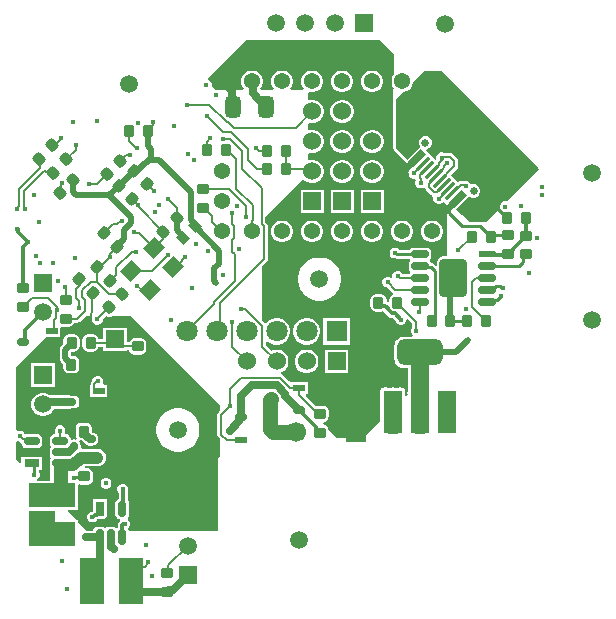
<source format=gbl>
G04*
G04 #@! TF.GenerationSoftware,Altium Limited,Altium Designer,23.4.1 (23)*
G04*
G04 Layer_Physical_Order=4*
G04 Layer_Color=16711680*
%FSLAX44Y44*%
%MOMM*%
G71*
G04*
G04 #@! TF.SameCoordinates,AB80FC79-285A-43AE-8B4E-7A9897C75676*
G04*
G04*
G04 #@! TF.FilePolarity,Positive*
G04*
G01*
G75*
G04:AMPARAMS|DCode=11|XSize=1mm|YSize=0.9mm|CornerRadius=0.225mm|HoleSize=0mm|Usage=FLASHONLY|Rotation=0.000|XOffset=0mm|YOffset=0mm|HoleType=Round|Shape=RoundedRectangle|*
%AMROUNDEDRECTD11*
21,1,1.0000,0.4500,0,0,0.0*
21,1,0.5500,0.9000,0,0,0.0*
1,1,0.4500,0.2750,-0.2250*
1,1,0.4500,-0.2750,-0.2250*
1,1,0.4500,-0.2750,0.2250*
1,1,0.4500,0.2750,0.2250*
%
%ADD11ROUNDEDRECTD11*%
G04:AMPARAMS|DCode=13|XSize=1mm|YSize=0.9mm|CornerRadius=0.225mm|HoleSize=0mm|Usage=FLASHONLY|Rotation=315.000|XOffset=0mm|YOffset=0mm|HoleType=Round|Shape=RoundedRectangle|*
%AMROUNDEDRECTD13*
21,1,1.0000,0.4500,0,0,315.0*
21,1,0.5500,0.9000,0,0,315.0*
1,1,0.4500,0.0354,-0.3536*
1,1,0.4500,-0.3536,0.0354*
1,1,0.4500,-0.0354,0.3536*
1,1,0.4500,0.3536,-0.0354*
%
%ADD13ROUNDEDRECTD13*%
G04:AMPARAMS|DCode=14|XSize=1mm|YSize=0.9mm|CornerRadius=0.225mm|HoleSize=0mm|Usage=FLASHONLY|Rotation=90.000|XOffset=0mm|YOffset=0mm|HoleType=Round|Shape=RoundedRectangle|*
%AMROUNDEDRECTD14*
21,1,1.0000,0.4500,0,0,90.0*
21,1,0.5500,0.9000,0,0,90.0*
1,1,0.4500,0.2250,0.2750*
1,1,0.4500,0.2250,-0.2750*
1,1,0.4500,-0.2250,-0.2750*
1,1,0.4500,-0.2250,0.2750*
%
%ADD14ROUNDEDRECTD14*%
%ADD15R,1.0000X0.6000*%
G04:AMPARAMS|DCode=16|XSize=0.6mm|YSize=1mm|CornerRadius=0.15mm|HoleSize=0mm|Usage=FLASHONLY|Rotation=90.000|XOffset=0mm|YOffset=0mm|HoleType=Round|Shape=RoundedRectangle|*
%AMROUNDEDRECTD16*
21,1,0.6000,0.7000,0,0,90.0*
21,1,0.3000,1.0000,0,0,90.0*
1,1,0.3000,0.3500,0.1500*
1,1,0.3000,0.3500,-0.1500*
1,1,0.3000,-0.3500,-0.1500*
1,1,0.3000,-0.3500,0.1500*
%
%ADD16ROUNDEDRECTD16*%
G04:AMPARAMS|DCode=21|XSize=1.8mm|YSize=1.3mm|CornerRadius=0.325mm|HoleSize=0mm|Usage=FLASHONLY|Rotation=270.000|XOffset=0mm|YOffset=0mm|HoleType=Round|Shape=RoundedRectangle|*
%AMROUNDEDRECTD21*
21,1,1.8000,0.6500,0,0,270.0*
21,1,1.1500,1.3000,0,0,270.0*
1,1,0.6500,-0.3250,-0.5750*
1,1,0.6500,-0.3250,0.5750*
1,1,0.6500,0.3250,0.5750*
1,1,0.6500,0.3250,-0.5750*
%
%ADD21ROUNDEDRECTD21*%
%ADD26C,1.5000*%
%ADD29C,0.2032*%
%ADD30C,0.3048*%
%ADD32C,0.2540*%
%ADD33C,1.2700*%
%ADD34C,0.6350*%
%ADD35C,1.0160*%
%ADD36C,0.5080*%
%ADD37R,1.5080X1.5080*%
%ADD38C,1.5080*%
%ADD39C,1.3716*%
%ADD40R,1.5080X1.5080*%
%ADD41R,1.8000X1.8000*%
%ADD42C,1.8000*%
%ADD43R,1.4986X1.4986*%
%ADD44C,1.5240*%
%ADD45R,1.7000X1.7000*%
%ADD46C,1.7000*%
%ADD47R,1.4986X1.4986*%
G04:AMPARAMS|DCode=48|XSize=1mm|YSize=1.6mm|CornerRadius=0mm|HoleSize=0mm|Usage=FLASHONLY|Rotation=315.000|XOffset=0mm|YOffset=0mm|HoleType=Round|Shape=Round|*
%AMOVALD48*
21,1,0.6000,1.0000,0.0000,0.0000,45.0*
1,1,1.0000,-0.2121,-0.2121*
1,1,1.0000,0.2121,0.2121*
%
%ADD48OVALD48*%

%ADD49C,0.6750*%
G04:AMPARAMS|DCode=50|XSize=1mm|YSize=2.1mm|CornerRadius=0mm|HoleSize=0mm|Usage=FLASHONLY|Rotation=315.000|XOffset=0mm|YOffset=0mm|HoleType=Round|Shape=Round|*
%AMOVALD50*
21,1,1.1000,1.0000,0.0000,0.0000,45.0*
1,1,1.0000,-0.3889,-0.3889*
1,1,1.0000,0.3889,0.3889*
%
%ADD50OVALD50*%

%ADD51C,0.4500*%
%ADD52C,0.5000*%
G04:AMPARAMS|DCode=54|XSize=3.85mm|YSize=2.15mm|CornerRadius=0.5375mm|HoleSize=0mm|Usage=FLASHONLY|Rotation=0.000|XOffset=0mm|YOffset=0mm|HoleType=Round|Shape=RoundedRectangle|*
%AMROUNDEDRECTD54*
21,1,3.8500,1.0750,0,0,0.0*
21,1,2.7750,2.1500,0,0,0.0*
1,1,1.0750,1.3875,-0.5375*
1,1,1.0750,-1.3875,-0.5375*
1,1,1.0750,-1.3875,0.5375*
1,1,1.0750,1.3875,0.5375*
%
%ADD54ROUNDEDRECTD54*%
G04:AMPARAMS|DCode=55|XSize=1.6mm|YSize=2.15mm|CornerRadius=0.4mm|HoleSize=0mm|Usage=FLASHONLY|Rotation=0.000|XOffset=0mm|YOffset=0mm|HoleType=Round|Shape=RoundedRectangle|*
%AMROUNDEDRECTD55*
21,1,1.6000,1.3500,0,0,0.0*
21,1,0.8000,2.1500,0,0,0.0*
1,1,0.8000,0.4000,-0.6750*
1,1,0.8000,-0.4000,-0.6750*
1,1,0.8000,-0.4000,0.6750*
1,1,0.8000,0.4000,0.6750*
%
%ADD55ROUNDEDRECTD55*%
%ADD56R,1.6000X2.1500*%
G04:AMPARAMS|DCode=57|XSize=1mm|YSize=0.9mm|CornerRadius=0.225mm|HoleSize=0mm|Usage=FLASHONLY|Rotation=45.000|XOffset=0mm|YOffset=0mm|HoleType=Round|Shape=RoundedRectangle|*
%AMROUNDEDRECTD57*
21,1,1.0000,0.4500,0,0,45.0*
21,1,0.5500,0.9000,0,0,45.0*
1,1,0.4500,0.3536,0.0354*
1,1,0.4500,-0.0354,-0.3536*
1,1,0.4500,-0.3536,-0.0354*
1,1,0.4500,0.0354,0.3536*
%
%ADD57ROUNDEDRECTD57*%
%ADD58R,4.0000X2.0000*%
G04:AMPARAMS|DCode=59|XSize=0.7mm|YSize=1.3mm|CornerRadius=0.175mm|HoleSize=0mm|Usage=FLASHONLY|Rotation=270.000|XOffset=0mm|YOffset=0mm|HoleType=Round|Shape=RoundedRectangle|*
%AMROUNDEDRECTD59*
21,1,0.7000,0.9500,0,0,270.0*
21,1,0.3500,1.3000,0,0,270.0*
1,1,0.3500,-0.4750,-0.1750*
1,1,0.3500,-0.4750,0.1750*
1,1,0.3500,0.4750,0.1750*
1,1,0.3500,0.4750,-0.1750*
%
%ADD59ROUNDEDRECTD59*%
%ADD60R,1.3000X0.7000*%
%ADD61R,2.0000X4.0000*%
G04:AMPARAMS|DCode=62|XSize=0.7mm|YSize=1.3mm|CornerRadius=0.175mm|HoleSize=0mm|Usage=FLASHONLY|Rotation=180.000|XOffset=0mm|YOffset=0mm|HoleType=Round|Shape=RoundedRectangle|*
%AMROUNDEDRECTD62*
21,1,0.7000,0.9500,0,0,180.0*
21,1,0.3500,1.3000,0,0,180.0*
1,1,0.3500,-0.1750,0.4750*
1,1,0.3500,0.1750,0.4750*
1,1,0.3500,0.1750,-0.4750*
1,1,0.3500,-0.1750,-0.4750*
%
%ADD62ROUNDEDRECTD62*%
%ADD63R,0.7000X1.3000*%
G04:AMPARAMS|DCode=64|XSize=0.9mm|YSize=0.8mm|CornerRadius=0mm|HoleSize=0mm|Usage=FLASHONLY|Rotation=135.000|XOffset=0mm|YOffset=0mm|HoleType=Round|Shape=Rectangle|*
%AMROTATEDRECTD64*
4,1,4,0.6010,-0.0354,0.0354,-0.6010,-0.6010,0.0354,-0.0354,0.6010,0.6010,-0.0354,0.0*
%
%ADD64ROTATEDRECTD64*%

%ADD65R,1.4500X0.6000*%
G04:AMPARAMS|DCode=66|XSize=0.6mm|YSize=1.45mm|CornerRadius=0.15mm|HoleSize=0mm|Usage=FLASHONLY|Rotation=90.000|XOffset=0mm|YOffset=0mm|HoleType=Round|Shape=RoundedRectangle|*
%AMROUNDEDRECTD66*
21,1,0.6000,1.1500,0,0,90.0*
21,1,0.3000,1.4500,0,0,90.0*
1,1,0.3000,0.5750,0.1500*
1,1,0.3000,0.5750,-0.1500*
1,1,0.3000,-0.5750,-0.1500*
1,1,0.3000,-0.5750,0.1500*
%
%ADD66ROUNDEDRECTD66*%
G04:AMPARAMS|DCode=67|XSize=2.3mm|YSize=3.2mm|CornerRadius=0.2875mm|HoleSize=0mm|Usage=FLASHONLY|Rotation=180.000|XOffset=0mm|YOffset=0mm|HoleType=Round|Shape=RoundedRectangle|*
%AMROUNDEDRECTD67*
21,1,2.3000,2.6250,0,0,180.0*
21,1,1.7250,3.2000,0,0,180.0*
1,1,0.5750,-0.8625,1.3125*
1,1,0.5750,0.8625,1.3125*
1,1,0.5750,0.8625,-1.3125*
1,1,0.5750,-0.8625,-1.3125*
%
%ADD67ROUNDEDRECTD67*%
G04:AMPARAMS|DCode=68|XSize=1.4mm|YSize=1.2mm|CornerRadius=0mm|HoleSize=0mm|Usage=FLASHONLY|Rotation=45.000|XOffset=0mm|YOffset=0mm|HoleType=Round|Shape=Rectangle|*
%AMROTATEDRECTD68*
4,1,4,-0.0707,-0.9192,-0.9192,-0.0707,0.0707,0.9192,0.9192,0.0707,-0.0707,-0.9192,0.0*
%
%ADD68ROTATEDRECTD68*%

G04:AMPARAMS|DCode=69|XSize=0.3mm|YSize=1.45mm|CornerRadius=0mm|HoleSize=0mm|Usage=FLASHONLY|Rotation=315.000|XOffset=0mm|YOffset=0mm|HoleType=Round|Shape=Rectangle|*
%AMROTATEDRECTD69*
4,1,4,-0.6187,-0.4066,0.4066,0.6187,0.6187,0.4066,-0.4066,-0.6187,-0.6187,-0.4066,0.0*
%
%ADD69ROTATEDRECTD69*%

G04:AMPARAMS|DCode=70|XSize=0.6mm|YSize=1.45mm|CornerRadius=0mm|HoleSize=0mm|Usage=FLASHONLY|Rotation=315.000|XOffset=0mm|YOffset=0mm|HoleType=Round|Shape=Rectangle|*
%AMROTATEDRECTD70*
4,1,4,-0.7248,-0.3005,0.3005,0.7248,0.7248,0.3005,-0.3005,-0.7248,-0.7248,-0.3005,0.0*
%
%ADD70ROTATEDRECTD70*%

%ADD71R,1.6000X3.6000*%
%ADD72R,1.6000X7.2726*%
%ADD73R,1.2962X2.2352*%
%ADD74R,2.2500X1.6096*%
G36*
X323391Y469000D02*
Y451960D01*
X322678Y451247D01*
X321474Y449162D01*
X320851Y446836D01*
Y444428D01*
X321474Y442103D01*
X322678Y440018D01*
X322905Y439790D01*
X322500Y438812D01*
Y431166D01*
X322330Y430310D01*
Y390474D01*
X322507Y389582D01*
X322584Y389468D01*
Y389220D01*
X322761Y388328D01*
X323267Y387572D01*
X327126Y383712D01*
X326858Y383444D01*
X334333Y375968D01*
X334333Y375968D01*
X334333Y375968D01*
X334931Y374905D01*
Y368162D01*
X335455D01*
Y366879D01*
X336146Y365211D01*
X337422Y363936D01*
X339089Y363245D01*
X340894D01*
X341830Y362496D01*
X341897Y362096D01*
X341207Y360429D01*
Y358624D01*
X341897Y356957D01*
X343173Y355681D01*
X344840Y354990D01*
X346645D01*
X348073Y355582D01*
X349028Y355290D01*
X349474Y355047D01*
X349488Y354978D01*
X350218Y353886D01*
X354273Y349831D01*
X355365Y349101D01*
X355762Y349022D01*
X356560Y347630D01*
X356447Y347356D01*
Y345551D01*
X357137Y343884D01*
X358413Y342608D01*
X360080Y341917D01*
X361885D01*
X363552Y342608D01*
X364828Y343884D01*
X365734Y343131D01*
X367993Y340872D01*
Y297529D01*
X364868D01*
X362854Y297129D01*
X361147Y295988D01*
X360006Y294281D01*
X359606Y292267D01*
Y290220D01*
X358432Y289734D01*
X356973Y291193D01*
X355797Y291979D01*
X354477Y292242D01*
X353722Y293372D01*
X353520Y293507D01*
Y294777D01*
X353722Y294913D01*
X354559Y296165D01*
X354853Y297642D01*
Y300642D01*
X354559Y302120D01*
X353722Y303372D01*
X352470Y304209D01*
X350993Y304503D01*
X339493D01*
X338016Y304209D01*
X336763Y303372D01*
X336360Y302768D01*
X327804D01*
X327744Y302914D01*
X326468Y304190D01*
X324801Y304880D01*
X322996D01*
X321329Y304190D01*
X320053Y302914D01*
X319363Y301247D01*
Y299442D01*
X320053Y297775D01*
X321329Y296499D01*
X322996Y295808D01*
X324220D01*
X324244Y295793D01*
X325631Y295517D01*
X336360D01*
X336763Y294913D01*
X336966Y294777D01*
Y293507D01*
X336763Y293372D01*
X335926Y292120D01*
X335633Y290642D01*
Y287642D01*
X335926Y286165D01*
X336763Y284913D01*
X336966Y284777D01*
Y283507D01*
X336763Y283372D01*
X336187Y282509D01*
X330496D01*
X330228Y283158D01*
X328952Y284434D01*
X327284Y285125D01*
X325480D01*
X323813Y284434D01*
X322537Y283158D01*
X321846Y281491D01*
Y279874D01*
X321343Y279500D01*
X320673Y279251D01*
X320372Y279552D01*
X318705Y280242D01*
X316900D01*
X315233Y279552D01*
X313957Y278276D01*
X313267Y276609D01*
Y274804D01*
X313957Y273137D01*
X315233Y271861D01*
X316900Y271170D01*
X317577D01*
X321986Y266762D01*
X322497Y266420D01*
X322229Y265072D01*
X321980Y265023D01*
X320480Y264020D01*
X319477Y262520D01*
X319125Y260750D01*
Y259310D01*
X318008Y258713D01*
X316875Y259287D01*
Y260750D01*
X316523Y262520D01*
X315520Y264020D01*
X314020Y265023D01*
X312250Y265375D01*
X307750D01*
X305980Y265023D01*
X304480Y264020D01*
X303477Y262520D01*
X303125Y260750D01*
Y255250D01*
X303477Y253480D01*
X304480Y251980D01*
X305980Y250977D01*
X307750Y250625D01*
X312250D01*
X314020Y250977D01*
X314203Y251100D01*
X314943Y249993D01*
X318493Y246443D01*
X319753Y245601D01*
X321240Y245305D01*
X322019D01*
X324503Y242821D01*
X325155Y241249D01*
X326431Y239973D01*
X328098Y239282D01*
X329902D01*
X331569Y239973D01*
X332845Y241249D01*
X333536Y242916D01*
Y243907D01*
X334806Y244433D01*
X338633Y240605D01*
Y237048D01*
X338155Y236569D01*
X337464Y234902D01*
Y233098D01*
X338155Y231431D01*
X338963Y230622D01*
X338437Y229352D01*
X331125D01*
X329125Y229089D01*
X327261Y228317D01*
X325661Y227089D01*
X324433Y225488D01*
X323661Y223625D01*
X323398Y221625D01*
Y210875D01*
X323661Y208875D01*
X324433Y207011D01*
X325661Y205411D01*
X327261Y204183D01*
X329125Y203411D01*
X331125Y203148D01*
X334669D01*
Y183398D01*
X334464Y182902D01*
Y181098D01*
X334606Y180756D01*
X333504Y179654D01*
X332331Y180140D01*
Y180602D01*
X332536Y181098D01*
Y182902D01*
X332331Y183398D01*
Y184000D01*
X332153Y184892D01*
X331648Y185648D01*
X330892Y186153D01*
X330000Y186331D01*
X329398D01*
X328902Y186536D01*
X327098D01*
X326602Y186331D01*
X323398D01*
X322902Y186536D01*
X321098D01*
X320602Y186331D01*
X317398D01*
X316902Y186536D01*
X315098D01*
X314602Y186331D01*
X314000D01*
X313108Y186153D01*
X312352Y185648D01*
X311847Y184892D01*
X311669Y184000D01*
Y183398D01*
X311464Y182902D01*
Y181098D01*
X311669Y180602D01*
Y177398D01*
X311464Y176902D01*
Y175098D01*
X311669Y174602D01*
Y164894D01*
X311591Y164500D01*
Y157741D01*
X297993Y144142D01*
X274993D01*
X267489Y151646D01*
X267373Y152230D01*
X266370Y153730D01*
X264870Y154733D01*
X264286Y154849D01*
X262970Y156165D01*
X263514Y157417D01*
X264870Y157687D01*
X266370Y158690D01*
X267373Y160190D01*
X267725Y161960D01*
Y166460D01*
X267373Y168230D01*
X266370Y169730D01*
X264870Y170733D01*
X263100Y171085D01*
X257600D01*
X257178Y171001D01*
X248496Y179683D01*
X248982Y180856D01*
X250279D01*
Y191428D01*
X235707D01*
X235707Y191428D01*
Y191428D01*
X234520Y191739D01*
X228944Y197315D01*
X227852Y198045D01*
X227606Y198094D01*
X227563Y199397D01*
X227646Y199419D01*
X229905Y200724D01*
X231749Y202568D01*
X233054Y204827D01*
X233729Y207346D01*
Y209954D01*
X233054Y212474D01*
X231749Y214733D01*
X229905Y216577D01*
X227646Y217881D01*
X225127Y218556D01*
X222519D01*
X219999Y217881D01*
X219590Y217645D01*
X214887Y222347D01*
Y225366D01*
X216061Y225851D01*
X216893Y225019D01*
X219466Y223533D01*
X222337Y222764D01*
X225308D01*
X228179Y223533D01*
X230752Y225019D01*
X232854Y227121D01*
X234340Y229694D01*
X235109Y232565D01*
Y235536D01*
X234340Y238407D01*
X232854Y240980D01*
X230752Y243081D01*
X228179Y244567D01*
X225308Y245336D01*
X222337D01*
X219466Y244567D01*
X216893Y243081D01*
X215074Y241262D01*
X214538Y241019D01*
X213445Y241187D01*
X211123Y243509D01*
Y288861D01*
X215535Y293274D01*
X216265Y294366D01*
X216521Y295655D01*
Y322841D01*
X216265Y324129D01*
X215535Y325221D01*
X214362Y326394D01*
Y330508D01*
X232699Y348844D01*
X246536Y362682D01*
X247712Y361506D01*
X249971Y360201D01*
X252491Y359526D01*
X255099D01*
X257618Y360201D01*
X259877Y361506D01*
X261721Y363350D01*
X263026Y365609D01*
X263701Y368128D01*
Y370737D01*
X263026Y373256D01*
X261721Y375515D01*
X259877Y377359D01*
X257618Y378663D01*
X255099Y379338D01*
X252491D01*
X251008Y378941D01*
X250000Y379714D01*
Y384551D01*
X251008Y385324D01*
X252491Y384926D01*
X255099D01*
X257618Y385602D01*
X259877Y386906D01*
X261721Y388750D01*
X263026Y391009D01*
X263701Y393528D01*
Y396137D01*
X263026Y398656D01*
X261721Y400915D01*
X259877Y402759D01*
X257618Y404063D01*
X255099Y404738D01*
X252491D01*
X251008Y404341D01*
X250000Y405114D01*
Y409951D01*
X251008Y410724D01*
X252491Y410326D01*
X255099D01*
X257618Y411002D01*
X259877Y412306D01*
X261721Y414150D01*
X263026Y416409D01*
X263701Y418928D01*
Y421536D01*
X263026Y424056D01*
X261721Y426315D01*
X259877Y428159D01*
X257618Y429463D01*
X255099Y430138D01*
X252491D01*
X251008Y429741D01*
X250000Y430514D01*
Y435868D01*
X251270Y436842D01*
X252591Y436488D01*
X254999D01*
X257324Y437112D01*
X259409Y438315D01*
X261112Y440018D01*
X262316Y442103D01*
X262939Y444428D01*
Y446836D01*
X262316Y449162D01*
X261112Y451247D01*
X259409Y452949D01*
X257324Y454153D01*
X254999Y454776D01*
X252591D01*
X250265Y454153D01*
X248180Y452949D01*
X246478Y451247D01*
X245274Y449162D01*
X244651Y446836D01*
Y444428D01*
X245274Y442103D01*
X246478Y440018D01*
X246802Y439694D01*
X246316Y438520D01*
X235874D01*
X235387Y439694D01*
X235712Y440018D01*
X236915Y442103D01*
X237539Y444428D01*
Y446836D01*
X236915Y449162D01*
X235712Y451247D01*
X234009Y452949D01*
X231924Y454153D01*
X229599Y454776D01*
X227191D01*
X224865Y454153D01*
X222780Y452949D01*
X221078Y451247D01*
X219874Y449162D01*
X219251Y446836D01*
Y444428D01*
X219874Y442103D01*
X221078Y440018D01*
X221402Y439694D01*
X220916Y438520D01*
X210610D01*
X210084Y439790D01*
X210312Y440018D01*
X211516Y442103D01*
X212139Y444428D01*
Y446836D01*
X211516Y449162D01*
X210312Y451247D01*
X208609Y452949D01*
X206524Y454153D01*
X204198Y454776D01*
X201791D01*
X199465Y454153D01*
X197380Y452949D01*
X195678Y451247D01*
X194474Y449162D01*
X193851Y446836D01*
Y444428D01*
X194474Y442103D01*
X195678Y440018D01*
X196002Y439694D01*
X195516Y438520D01*
X173360D01*
X173114Y438622D01*
X171905D01*
X168669Y441858D01*
Y443487D01*
X167978Y445154D01*
X166702Y446430D01*
X166064Y446694D01*
X165766Y448192D01*
X197579Y480004D01*
X198020Y480666D01*
X198075Y480938D01*
X311453D01*
X323391Y469000D01*
D02*
G37*
G36*
X445993Y371642D02*
X418526Y344175D01*
X418431Y344214D01*
X416626D01*
X414959Y343524D01*
X413683Y342248D01*
X412993Y340581D01*
Y338776D01*
X413032Y338681D01*
X400993Y326642D01*
X387493D01*
X379993Y334142D01*
X380504Y334631D01*
X377055Y338080D01*
X387243Y348268D01*
X387411Y348099D01*
X389492Y347237D01*
X391744D01*
X393825Y348099D01*
X395417Y349691D01*
X396279Y351772D01*
Y354024D01*
X395417Y356105D01*
X393825Y357697D01*
X391744Y358559D01*
X389492D01*
X389083Y358390D01*
X387910Y358876D01*
X387654Y359494D01*
X386378Y360770D01*
X384710Y361460D01*
X382906D01*
X382821Y361425D01*
X382791Y361445D01*
X381503Y361701D01*
X379934D01*
X378646Y361445D01*
X377554Y360715D01*
X377056Y360217D01*
X371211Y366063D01*
X374691Y369543D01*
X375421Y370635D01*
X376317Y371531D01*
X377047Y372624D01*
X377303Y373912D01*
Y378511D01*
X377047Y379800D01*
X376317Y380892D01*
X373065Y384144D01*
X371973Y384874D01*
X370684Y385130D01*
X365567D01*
X364509Y385568D01*
X362705D01*
X361038Y384878D01*
X359762Y383602D01*
X359071Y381935D01*
Y380130D01*
X359164Y379905D01*
X358130Y379214D01*
X358066Y379208D01*
X353476Y383797D01*
X350340Y386933D01*
X350826Y388107D01*
X350874D01*
X352955Y388969D01*
X354548Y390561D01*
X355410Y392642D01*
Y394894D01*
X354548Y396974D01*
X352955Y398567D01*
X350874Y399429D01*
X348622D01*
X346542Y398567D01*
X344949Y396974D01*
X344087Y394894D01*
Y392642D01*
X344949Y390561D01*
X345119Y390391D01*
X334931Y380204D01*
X331000Y384135D01*
X330488Y383647D01*
X324915Y389220D01*
Y390220D01*
X324661Y390474D01*
Y430310D01*
X330839Y436488D01*
X331199D01*
X333524Y437112D01*
X335609Y438315D01*
X337312Y440018D01*
X338516Y442103D01*
X339139Y444428D01*
Y444788D01*
X348493Y454142D01*
X363493D01*
X445993Y371642D01*
D02*
G37*
G36*
X175993Y171479D02*
Y167264D01*
X174706Y165977D01*
X173976Y164885D01*
X173720Y163596D01*
Y146674D01*
X173976Y145386D01*
X174706Y144294D01*
X175993Y143007D01*
Y128906D01*
X174629Y127542D01*
X174187Y126881D01*
X174032Y126100D01*
Y65394D01*
X98658D01*
X98545Y65967D01*
X97923Y66897D01*
X97945Y66970D01*
X99221Y68246D01*
X99912Y69914D01*
Y71718D01*
X99221Y73385D01*
X97945Y74661D01*
X97776Y74731D01*
X97696Y75537D01*
X97744Y76119D01*
X98545Y77318D01*
X98858Y78892D01*
Y88392D01*
X98545Y89967D01*
X97836Y91028D01*
Y99128D01*
X98029Y99594D01*
Y101398D01*
X97338Y103066D01*
X96062Y104342D01*
X94395Y105032D01*
X92590D01*
X90923Y104342D01*
X89647Y103066D01*
X88957Y101398D01*
Y99594D01*
X89647Y97927D01*
X90066Y97508D01*
Y92273D01*
X89668Y92194D01*
X88333Y91302D01*
X87441Y89967D01*
X87128Y88392D01*
Y78892D01*
X87441Y77318D01*
X88333Y75982D01*
X89668Y75090D01*
X90984Y74829D01*
X91268Y74127D01*
X91293Y73507D01*
X91224Y73461D01*
X90246Y72483D01*
X89404Y71223D01*
X89108Y69736D01*
Y68075D01*
X88771Y67802D01*
X88014Y67394D01*
X86817Y68194D01*
X85243Y68507D01*
X81743D01*
X80168Y68194D01*
X78833Y67302D01*
X77721Y67924D01*
X77317Y68194D01*
X75743Y68507D01*
X72243D01*
X70668Y68194D01*
X69333Y67302D01*
X68441Y65967D01*
X68327Y65394D01*
X63295D01*
X55863Y72826D01*
Y74378D01*
X54311D01*
X47036Y81653D01*
X47522Y82826D01*
X55863D01*
Y103616D01*
X57133Y104488D01*
X58243Y104268D01*
X63743D01*
X65512Y104620D01*
X67013Y105622D01*
X68015Y107122D01*
X68368Y108892D01*
Y113392D01*
X68015Y115162D01*
X67013Y116663D01*
X65512Y117665D01*
X63743Y118017D01*
X62107D01*
X61472Y119287D01*
X61790Y119713D01*
X71957D01*
X73880Y119966D01*
X75672Y120708D01*
X77210Y121889D01*
X78391Y123427D01*
X79133Y125219D01*
X79386Y127142D01*
X79133Y129065D01*
X78391Y130857D01*
X77210Y132396D01*
X75672Y133576D01*
X73880Y134319D01*
X71957Y134572D01*
X58861D01*
X57794Y135716D01*
X57909Y136292D01*
Y137044D01*
X57485Y139175D01*
X56369Y140845D01*
X56542Y141361D01*
X56998Y142015D01*
X58243Y141767D01*
X58751D01*
X61600Y138918D01*
X63407Y137711D01*
X65538Y137287D01*
X67391D01*
X69522Y137711D01*
X71328Y138918D01*
X72535Y140724D01*
X72959Y142855D01*
X72535Y144986D01*
X71328Y146792D01*
X69522Y147999D01*
X67956Y148310D01*
X67368Y148899D01*
Y151892D01*
X67016Y153662D01*
X66013Y155163D01*
X64513Y156165D01*
X62743Y156517D01*
X58243D01*
X56473Y156165D01*
X54972Y155163D01*
X53970Y153662D01*
X53618Y151892D01*
Y146392D01*
X53970Y144622D01*
X54800Y143380D01*
X54210Y142326D01*
X54141Y142254D01*
X52340Y142612D01*
X50628Y142272D01*
X49811Y142671D01*
X49591Y142829D01*
X49313Y143117D01*
X49044Y144467D01*
X48152Y145802D01*
X46817Y146694D01*
X45470Y146962D01*
X44990Y147541D01*
X44641Y148277D01*
X44971Y149074D01*
Y150879D01*
X44280Y152546D01*
X43004Y153822D01*
X41337Y154512D01*
X39532D01*
X37865Y153822D01*
X36589Y152546D01*
X35899Y150879D01*
Y149074D01*
X36229Y148277D01*
X36015Y147719D01*
X35408Y146941D01*
X34168Y146694D01*
X32833Y145802D01*
X31941Y144467D01*
X31628Y142892D01*
Y139392D01*
X31941Y137817D01*
X32833Y136482D01*
Y136302D01*
X31941Y134967D01*
X31628Y133392D01*
Y129892D01*
X31941Y128317D01*
X32211Y127914D01*
X32782Y126892D01*
X32211Y125871D01*
X31941Y125467D01*
X31628Y123892D01*
Y120392D01*
X31941Y118818D01*
X32008Y118717D01*
Y107398D01*
X21574D01*
X21160Y108342D01*
X21110Y108593D01*
X22344Y109828D01*
X23035Y111495D01*
Y113299D01*
X22344Y114967D01*
X22224Y115086D01*
X22366Y116356D01*
X25279D01*
Y127928D01*
X7707D01*
Y122642D01*
X6533Y122156D01*
X3493Y125196D01*
Y140324D01*
X4763Y141172D01*
X5496Y140868D01*
X5887D01*
X6442Y140313D01*
X7535Y139584D01*
X7628Y139565D01*
Y139392D01*
X7941Y137817D01*
X8833Y136482D01*
X10168Y135590D01*
X11743Y135277D01*
X21243D01*
X22817Y135590D01*
X24153Y136482D01*
X25045Y137817D01*
X25358Y139392D01*
Y142892D01*
X25045Y144467D01*
X24153Y145802D01*
X22817Y146694D01*
X21243Y147007D01*
X11743D01*
X10728Y146805D01*
X10244Y147974D01*
X8968Y149250D01*
X7301Y149940D01*
X5496D01*
X4763Y149636D01*
X3493Y150485D01*
Y203899D01*
X28598Y229004D01*
X40622D01*
Y237013D01*
X41892Y238019D01*
X42716Y237855D01*
X48216D01*
X49986Y238207D01*
X51486Y239210D01*
X52489Y240710D01*
X52619Y241363D01*
X55156D01*
X56445Y241620D01*
X57537Y242349D01*
X62075Y246888D01*
X66741D01*
X67590Y245618D01*
X67335Y245002D01*
Y243197D01*
X68025Y241530D01*
X69301Y240254D01*
X70968Y239564D01*
X72773D01*
X74440Y240254D01*
X75716Y241530D01*
X76407Y243197D01*
Y244145D01*
X79149Y246888D01*
X79898D01*
X80427Y246535D01*
X82197Y246183D01*
X83967Y246535D01*
X84495Y246888D01*
X100584D01*
X175993Y171479D01*
D02*
G37*
%LPC*%
G36*
X305799Y454776D02*
X303391D01*
X301065Y454153D01*
X298980Y452949D01*
X297278Y451247D01*
X296074Y449162D01*
X295451Y446836D01*
Y444428D01*
X296074Y442103D01*
X297278Y440018D01*
X298980Y438315D01*
X301065Y437112D01*
X303391Y436488D01*
X305799D01*
X308124Y437112D01*
X310209Y438315D01*
X311912Y440018D01*
X313116Y442103D01*
X313739Y444428D01*
Y446836D01*
X313116Y449162D01*
X311912Y451247D01*
X310209Y452949D01*
X308124Y454153D01*
X305799Y454776D01*
D02*
G37*
G36*
X280399Y454776D02*
X277991D01*
X275665Y454153D01*
X273580Y452949D01*
X271878Y451247D01*
X270674Y449162D01*
X270051Y446836D01*
Y444428D01*
X270674Y442103D01*
X271878Y440018D01*
X273580Y438315D01*
X275665Y437112D01*
X277991Y436488D01*
X280399D01*
X282724Y437112D01*
X284809Y438315D01*
X286512Y440018D01*
X287716Y442103D01*
X288339Y444428D01*
Y446836D01*
X287716Y449162D01*
X286512Y451247D01*
X284809Y452949D01*
X282724Y454153D01*
X280399Y454776D01*
D02*
G37*
G36*
X280499Y430138D02*
X277891D01*
X275371Y429463D01*
X273112Y428159D01*
X271268Y426315D01*
X269964Y424056D01*
X269289Y421536D01*
Y418928D01*
X269964Y416409D01*
X271268Y414150D01*
X273112Y412306D01*
X275371Y411002D01*
X277891Y410326D01*
X280499D01*
X283018Y411002D01*
X285277Y412306D01*
X287122Y414150D01*
X288426Y416409D01*
X289101Y418928D01*
Y421536D01*
X288426Y424056D01*
X287122Y426315D01*
X285277Y428159D01*
X283018Y429463D01*
X280499Y430138D01*
D02*
G37*
G36*
X305899Y404738D02*
X303291D01*
X300771Y404063D01*
X298512Y402759D01*
X296668Y400915D01*
X295364Y398656D01*
X294689Y396137D01*
Y393528D01*
X295364Y391009D01*
X296668Y388750D01*
X298512Y386906D01*
X300771Y385602D01*
X303291Y384926D01*
X305899D01*
X308418Y385602D01*
X310677Y386906D01*
X312521Y388750D01*
X313826Y391009D01*
X314501Y393528D01*
Y396137D01*
X313826Y398656D01*
X312521Y400915D01*
X310677Y402759D01*
X308418Y404063D01*
X305899Y404738D01*
D02*
G37*
G36*
X280499Y404738D02*
X277891D01*
X275371Y404063D01*
X273112Y402759D01*
X271268Y400915D01*
X269964Y398656D01*
X269289Y396137D01*
Y393528D01*
X269964Y391009D01*
X271268Y388750D01*
X273112Y386906D01*
X275371Y385601D01*
X277891Y384926D01*
X280499D01*
X283018Y385601D01*
X285277Y386906D01*
X287122Y388750D01*
X288426Y391009D01*
X289101Y393528D01*
Y396137D01*
X288426Y398656D01*
X287122Y400915D01*
X285277Y402759D01*
X283018Y404063D01*
X280499Y404738D01*
D02*
G37*
G36*
X305899Y379338D02*
X303291D01*
X300771Y378663D01*
X298512Y377359D01*
X296668Y375515D01*
X295364Y373256D01*
X294689Y370737D01*
Y368128D01*
X295364Y365609D01*
X296668Y363350D01*
X298512Y361506D01*
X300771Y360201D01*
X303291Y359526D01*
X305899D01*
X308418Y360201D01*
X310677Y361506D01*
X312521Y363350D01*
X313826Y365609D01*
X314501Y368128D01*
Y370737D01*
X313826Y373256D01*
X312521Y375515D01*
X310677Y377359D01*
X308418Y378663D01*
X305899Y379338D01*
D02*
G37*
G36*
X280499D02*
X277891D01*
X275371Y378663D01*
X273112Y377359D01*
X271268Y375515D01*
X269964Y373256D01*
X269289Y370737D01*
Y368128D01*
X269964Y365609D01*
X271268Y363350D01*
X273112Y361506D01*
X275371Y360201D01*
X277891Y359526D01*
X280499D01*
X283018Y360201D01*
X285277Y361506D01*
X287122Y363350D01*
X288426Y365609D01*
X289101Y368128D01*
Y370737D01*
X288426Y373256D01*
X287122Y375515D01*
X285277Y377359D01*
X283018Y378663D01*
X280499Y379338D01*
D02*
G37*
G36*
X263574Y353811D02*
X244016D01*
Y334253D01*
X263574D01*
Y353811D01*
D02*
G37*
G36*
X314374Y353811D02*
X294816D01*
Y334253D01*
X314374D01*
Y353811D01*
D02*
G37*
G36*
X288974D02*
X269416D01*
Y334253D01*
X288974D01*
Y353811D01*
D02*
G37*
G36*
X305798Y327776D02*
X303391D01*
X301065Y327153D01*
X298980Y325949D01*
X297278Y324247D01*
X296074Y322162D01*
X295451Y319836D01*
Y317428D01*
X296074Y315103D01*
X297278Y313018D01*
X298980Y311315D01*
X301065Y310112D01*
X303391Y309488D01*
X305798D01*
X308124Y310112D01*
X310209Y311315D01*
X311912Y313018D01*
X313116Y315103D01*
X313739Y317428D01*
Y319836D01*
X313116Y322162D01*
X311912Y324247D01*
X310209Y325949D01*
X308124Y327153D01*
X305798Y327776D01*
D02*
G37*
G36*
X356599Y327776D02*
X354191D01*
X351865Y327153D01*
X349780Y325949D01*
X348078Y324247D01*
X346874Y322162D01*
X346251Y319836D01*
Y317428D01*
X346874Y315103D01*
X348078Y313018D01*
X349780Y311315D01*
X351865Y310112D01*
X354191Y309488D01*
X356599D01*
X358924Y310112D01*
X361009Y311315D01*
X362712Y313018D01*
X363915Y315103D01*
X364539Y317428D01*
Y319836D01*
X363915Y322162D01*
X362712Y324247D01*
X361009Y325949D01*
X358924Y327153D01*
X356599Y327776D01*
D02*
G37*
G36*
X229599D02*
X227191D01*
X224865Y327153D01*
X222780Y325949D01*
X221078Y324247D01*
X219874Y322162D01*
X219251Y319836D01*
Y317428D01*
X219874Y315103D01*
X221078Y313018D01*
X222780Y311315D01*
X224865Y310112D01*
X227191Y309488D01*
X229599D01*
X231924Y310112D01*
X234009Y311315D01*
X235712Y313018D01*
X236915Y315103D01*
X237539Y317428D01*
Y319836D01*
X236915Y322162D01*
X235712Y324247D01*
X234009Y325949D01*
X231924Y327153D01*
X229599Y327776D01*
D02*
G37*
G36*
X280399Y327776D02*
X277991D01*
X275665Y327153D01*
X273580Y325949D01*
X271878Y324247D01*
X270674Y322162D01*
X270051Y319836D01*
Y317428D01*
X270674Y315103D01*
X271878Y313018D01*
X273580Y311315D01*
X275665Y310112D01*
X277991Y309488D01*
X280399D01*
X282724Y310112D01*
X284809Y311315D01*
X286512Y313018D01*
X287716Y315103D01*
X288339Y317428D01*
Y319836D01*
X287716Y322162D01*
X286512Y324247D01*
X284809Y325949D01*
X282724Y327153D01*
X280399Y327776D01*
D02*
G37*
G36*
X254999D02*
X252591D01*
X250265Y327153D01*
X248180Y325949D01*
X246478Y324247D01*
X245274Y322162D01*
X244651Y319836D01*
Y317428D01*
X245274Y315103D01*
X246478Y313018D01*
X248180Y311315D01*
X250265Y310112D01*
X252591Y309488D01*
X254999D01*
X257324Y310112D01*
X259409Y311315D01*
X261112Y313018D01*
X262316Y315103D01*
X262939Y317428D01*
Y319836D01*
X262316Y322162D01*
X261112Y324247D01*
X259409Y325949D01*
X257324Y327153D01*
X254999Y327776D01*
D02*
G37*
G36*
X331199Y327776D02*
X328791D01*
X326465Y327153D01*
X324380Y325949D01*
X322678Y324247D01*
X321474Y322162D01*
X320851Y319836D01*
Y317428D01*
X321474Y315103D01*
X322678Y313018D01*
X324380Y311315D01*
X326465Y310112D01*
X328791Y309488D01*
X331199D01*
X333524Y310112D01*
X335609Y311315D01*
X337312Y313018D01*
X338516Y315103D01*
X339139Y317428D01*
Y319836D01*
X338516Y322162D01*
X337312Y324247D01*
X335609Y325949D01*
X333524Y327153D01*
X331199Y327776D01*
D02*
G37*
G36*
X261801Y296468D02*
X258199D01*
X254666Y295765D01*
X251338Y294387D01*
X248343Y292386D01*
X245796Y289839D01*
X243795Y286843D01*
X242417Y283516D01*
X241714Y279983D01*
Y276381D01*
X242417Y272848D01*
X243795Y269520D01*
X245796Y266525D01*
X248343Y263978D01*
X251338Y261977D01*
X254666Y260599D01*
X258199Y259896D01*
X261801D01*
X265334Y260599D01*
X268662Y261977D01*
X271657Y263978D01*
X274204Y266525D01*
X276205Y269520D01*
X277583Y272848D01*
X278286Y276381D01*
Y279983D01*
X277583Y283516D01*
X276205Y286843D01*
X274204Y289839D01*
X271657Y292386D01*
X268662Y294387D01*
X265334Y295765D01*
X261801Y296468D01*
D02*
G37*
G36*
X285909Y245336D02*
X263337D01*
Y222764D01*
X285909D01*
Y245336D01*
D02*
G37*
G36*
X250709D02*
X247737D01*
X244866Y244567D01*
X242293Y243081D01*
X240192Y240980D01*
X238706Y238407D01*
X237937Y235536D01*
Y232565D01*
X238706Y229694D01*
X240192Y227121D01*
X242293Y225019D01*
X244866Y223533D01*
X247737Y222764D01*
X250709D01*
X253579Y223533D01*
X256152Y225019D01*
X258254Y227121D01*
X259739Y229694D01*
X260509Y232565D01*
Y235536D01*
X259739Y238407D01*
X258254Y240980D01*
X256152Y243081D01*
X253579Y244567D01*
X250709Y245336D01*
D02*
G37*
G36*
X284402Y218429D02*
X264844D01*
Y198871D01*
X284402D01*
Y218429D01*
D02*
G37*
G36*
X250527Y218556D02*
X247918D01*
X245399Y217881D01*
X243140Y216577D01*
X241296Y214733D01*
X239992Y212474D01*
X239317Y209954D01*
Y207346D01*
X239992Y204827D01*
X241296Y202568D01*
X243140Y200724D01*
X245399Y199419D01*
X247918Y198744D01*
X250527D01*
X253046Y199419D01*
X255305Y200724D01*
X257149Y202568D01*
X258454Y204827D01*
X259129Y207346D01*
Y209954D01*
X258454Y212474D01*
X257149Y214733D01*
X255305Y216577D01*
X253046Y217881D01*
X250527Y218556D01*
D02*
G37*
G36*
X96819Y236968D02*
X77167D01*
Y227596D01*
X72965D01*
X72736Y228750D01*
X71733Y230250D01*
X70233Y231253D01*
X68463Y231605D01*
X63963D01*
X62193Y231253D01*
X60693Y230250D01*
X59690Y228750D01*
X59338Y226980D01*
Y221480D01*
X59690Y219710D01*
X60693Y218210D01*
X62193Y217207D01*
X63963Y216855D01*
X68463D01*
X70233Y217207D01*
X71733Y218210D01*
X72736Y219710D01*
X72965Y220863D01*
X77167D01*
Y217316D01*
X96819D01*
Y217848D01*
X98975D01*
X99105Y217195D01*
X100108Y215695D01*
X101608Y214692D01*
X103378Y214340D01*
X108878D01*
X110648Y214692D01*
X112148Y215695D01*
X113151Y217195D01*
X113503Y218965D01*
Y223465D01*
X113151Y225235D01*
X112148Y226735D01*
X110648Y227738D01*
X108878Y228090D01*
X103378D01*
X101608Y227738D01*
X100108Y226735D01*
X99105Y225235D01*
X98975Y224582D01*
X96819D01*
Y236968D01*
D02*
G37*
G36*
X52463Y231605D02*
X47963D01*
X46193Y231253D01*
X44693Y230250D01*
X43690Y228750D01*
X43338Y226980D01*
Y223525D01*
X41461Y221647D01*
X40394Y220051D01*
X40019Y218168D01*
Y211314D01*
X40394Y209431D01*
X41461Y207834D01*
X43037Y206258D01*
Y202990D01*
X43389Y201220D01*
X44392Y199720D01*
X45892Y198717D01*
X47662Y198365D01*
X52162D01*
X53932Y198717D01*
X55432Y199720D01*
X56435Y201220D01*
X56787Y202990D01*
Y208490D01*
X56435Y210260D01*
X55432Y211760D01*
X53932Y212763D01*
X52162Y213115D01*
X50097D01*
X49861Y213352D01*
Y216130D01*
X50586Y216855D01*
X52463D01*
X54233Y217207D01*
X55733Y218210D01*
X56736Y219710D01*
X57088Y221480D01*
Y226980D01*
X56736Y228750D01*
X55733Y230250D01*
X54233Y231253D01*
X52463Y231605D01*
D02*
G37*
G36*
X35819Y206968D02*
X16167D01*
Y187316D01*
X35819D01*
Y206968D01*
D02*
G37*
G36*
X73138Y196467D02*
X71334D01*
X69667Y195777D01*
X68391Y194501D01*
X67700Y192833D01*
Y192393D01*
X67194Y191888D01*
X66464Y190795D01*
X66208Y189507D01*
Y188928D01*
X65707D01*
Y178356D01*
X80279D01*
Y188928D01*
X77277D01*
X76428Y190198D01*
X76772Y191029D01*
Y192833D01*
X76081Y194501D01*
X74805Y195777D01*
X73138Y196467D01*
D02*
G37*
G36*
X27286Y181968D02*
X24699D01*
X22200Y181299D01*
X19959Y180005D01*
X18130Y178176D01*
X16836Y175935D01*
X16167Y173436D01*
Y170849D01*
X16836Y168350D01*
X18130Y166109D01*
X19959Y164280D01*
X22200Y162986D01*
X24699Y162316D01*
X27286D01*
X29785Y162986D01*
X32026Y164280D01*
X33855Y166109D01*
X35149Y168350D01*
X35209Y168574D01*
X48993D01*
X50037Y168782D01*
X52493D01*
X53970Y169076D01*
X55222Y169913D01*
X56059Y171165D01*
X56353Y172642D01*
Y175642D01*
X56059Y177120D01*
X55222Y178372D01*
X53970Y179209D01*
X52493Y179503D01*
X50037D01*
X48993Y179710D01*
X32321D01*
X32026Y180005D01*
X29785Y181299D01*
X27286Y181968D01*
D02*
G37*
G36*
X141961Y168755D02*
X138359D01*
X134826Y168052D01*
X131498Y166673D01*
X128503Y164672D01*
X125956Y162125D01*
X123955Y159130D01*
X122577Y155802D01*
X121874Y152269D01*
Y148667D01*
X122577Y145135D01*
X123955Y141807D01*
X125956Y138812D01*
X128503Y136265D01*
X131498Y134264D01*
X134826Y132885D01*
X138359Y132183D01*
X141961D01*
X145494Y132885D01*
X148822Y134264D01*
X151817Y136265D01*
X154364Y138812D01*
X156365Y141807D01*
X157743Y145135D01*
X158446Y148667D01*
Y152269D01*
X157743Y155802D01*
X156365Y159130D01*
X154364Y162125D01*
X151817Y164672D01*
X148822Y166673D01*
X145494Y168052D01*
X141961Y168755D01*
D02*
G37*
G36*
X80199Y109808D02*
X78394D01*
X76727Y109118D01*
X75451Y107842D01*
X74761Y106175D01*
Y104370D01*
X75451Y102703D01*
X76727Y101427D01*
X78394Y100736D01*
X80199D01*
X81866Y101427D01*
X83142Y102703D01*
X83833Y104370D01*
Y106175D01*
X83142Y107842D01*
X81866Y109118D01*
X80199Y109808D01*
D02*
G37*
G36*
X79779Y92428D02*
X68207D01*
Y81982D01*
X67355Y81413D01*
X67277Y81335D01*
X66918D01*
X65251Y80645D01*
X63975Y79369D01*
X63285Y77701D01*
Y75897D01*
X63975Y74230D01*
X65251Y72954D01*
X66918Y72263D01*
X68723D01*
X70390Y72954D01*
X71666Y74230D01*
X71895Y74782D01*
X72017D01*
X72392Y74856D01*
X79779D01*
Y92428D01*
D02*
G37*
%LPD*%
D11*
X9398Y270890D02*
D03*
Y254890D02*
D03*
X260350Y148210D02*
D03*
Y164210D02*
D03*
X45466Y260730D02*
D03*
Y244730D02*
D03*
X106128Y205215D02*
D03*
Y221215D02*
D03*
X60993Y111142D02*
D03*
Y127142D02*
D03*
X130993Y29642D02*
D03*
Y13642D02*
D03*
X434993Y299142D02*
D03*
Y315142D02*
D03*
X419493Y299642D02*
D03*
Y315642D02*
D03*
X161593Y338826D02*
D03*
Y354826D02*
D03*
D13*
X81843Y254343D02*
D03*
X93157Y265657D02*
D03*
X79990Y367331D02*
D03*
X91304Y378645D02*
D03*
X34524Y368348D02*
D03*
X45837Y379661D02*
D03*
X51649Y362299D02*
D03*
X40336Y350985D02*
D03*
X33900Y391599D02*
D03*
X22586Y380285D02*
D03*
X139150Y329799D02*
D03*
X127836Y318486D02*
D03*
D14*
X326000Y258000D02*
D03*
X310000D02*
D03*
X66213Y224230D02*
D03*
X50213D02*
D03*
X65912Y205740D02*
D03*
X49912D02*
D03*
X60493Y149142D02*
D03*
X76493D02*
D03*
X418993Y330142D02*
D03*
X434993D02*
D03*
X384993Y243142D02*
D03*
X400993D02*
D03*
X388993Y314142D02*
D03*
X404993D02*
D03*
X370993Y243142D02*
D03*
X354993D02*
D03*
X180769Y387720D02*
D03*
X164769D02*
D03*
X98729Y403468D02*
D03*
X114729D02*
D03*
X231493Y371642D02*
D03*
X215493D02*
D03*
X215493Y386642D02*
D03*
X231493D02*
D03*
D15*
X72993Y183642D02*
D03*
X242993Y186142D02*
D03*
X193993Y142142D02*
D03*
X33336Y234290D02*
D03*
D16*
X48993Y174142D02*
D03*
X72993Y164642D02*
D03*
X242993Y167142D02*
D03*
X218993Y176642D02*
D03*
X193993Y161142D02*
D03*
X217993Y151642D02*
D03*
X33336Y215290D02*
D03*
X9336Y224790D02*
D03*
D21*
X186993Y424142D02*
D03*
X214993D02*
D03*
D26*
X242831Y57698D02*
D03*
X490537Y243924D02*
D03*
X99173Y443502D02*
D03*
X490993Y368048D02*
D03*
X365993Y494142D02*
D03*
X140160Y150469D02*
D03*
X260000Y278182D02*
D03*
D29*
X144018Y293400D02*
Y294650D01*
X136453Y288438D02*
X139056D01*
X144018Y293400D01*
Y294650D02*
X146409Y297042D01*
Y297075D01*
X41476Y359347D02*
X41948Y359819D01*
X40336Y350985D02*
Y355542D01*
X41476Y356682D01*
Y359347D01*
X175203Y302221D02*
Y302949D01*
Y302221D02*
Y302221D01*
X71442Y288055D02*
X71862Y288475D01*
X326000Y258000D02*
X342000Y242000D01*
Y234000D02*
Y242000D01*
X208988Y386642D02*
X215493D01*
X205994Y389636D02*
X208988Y386642D01*
X147574Y425958D02*
X166911D01*
X181830Y411039D01*
X199693Y379084D02*
Y388239D01*
X181830Y411039D02*
X182999D01*
X187638Y406400D01*
X178473Y402808D02*
X185124D01*
X199693Y388239D01*
X164639Y416642D02*
X178473Y402808D01*
X178457Y397256D02*
X184569D01*
X187638Y406400D02*
X239962D01*
X253795Y420232D01*
X58411Y229280D02*
X66319Y237187D01*
Y248935D01*
X67803Y250420D01*
Y266490D01*
X71871Y244371D02*
X81843Y254343D01*
X71871Y244100D02*
Y244371D01*
X105684Y272796D02*
Y272796D01*
Y272796D02*
X109723Y268757D01*
X109296Y268329D02*
X109723Y268757D01*
X9398Y254890D02*
X16636Y262128D01*
X30226D01*
X37532Y254822D01*
Y252233D02*
X37952Y251813D01*
X37532Y252233D02*
Y254822D01*
X37952Y251145D02*
Y251813D01*
X36835Y250028D02*
X37952Y251145D01*
X36835Y245651D02*
Y250028D01*
X35114Y243931D02*
X36835Y245651D01*
X35114Y234290D02*
Y243931D01*
X59069Y263257D02*
X61873Y260453D01*
X45466Y244730D02*
X55156D01*
X61873Y251447D01*
X67803Y266490D02*
X68157Y266843D01*
X59069Y263257D02*
Y268789D01*
X61873Y251447D02*
Y260453D01*
X56321Y253746D02*
Y259899D01*
X54102Y262117D02*
X56321Y259899D01*
X54102Y262117D02*
Y269928D01*
X58330Y274156D01*
X66211Y275931D02*
X70810D01*
X59069Y268789D02*
X66211Y275931D01*
X70810D02*
X71131Y275610D01*
X71862D01*
X120855Y200357D02*
X123121D01*
X106445Y205215D02*
X115098Y196562D01*
Y195544D02*
X115570Y195072D01*
X120855Y200357D01*
X115098Y195544D02*
Y196562D01*
X106128Y205215D02*
X106445D01*
X66213Y224230D02*
X84080D01*
X86993Y227142D01*
X58411Y219314D02*
Y229280D01*
Y219314D02*
X58420Y219305D01*
X45466Y260730D02*
Y269408D01*
X44360Y270514D02*
X45466Y269408D01*
X44360Y270514D02*
Y271182D01*
X92920Y221215D02*
X106128D01*
X86993Y227142D02*
X92920Y221215D01*
X169297Y326930D02*
X177595Y318632D01*
X161593Y338826D02*
X162093D01*
X169297Y331622D01*
Y326930D02*
Y331622D01*
X71442Y282650D02*
Y288055D01*
Y282650D02*
X71862Y282230D01*
Y275610D02*
Y282230D01*
Y275610D02*
X81815Y265657D01*
X93157D01*
Y262343D02*
Y265657D01*
X193802Y253238D02*
X194101Y252939D01*
X196932D01*
X211521Y238350D01*
X83175Y277161D02*
X88038Y282024D01*
Y288257D01*
X101077Y301297D01*
X104379D01*
X104443Y301360D01*
X242993Y180425D02*
X259208Y164210D01*
X242993Y180425D02*
Y186142D01*
X259208Y164210D02*
X260350D01*
X377395Y302544D02*
X388993Y314142D01*
X377324Y302544D02*
X377395D01*
X326382Y280589D02*
X327829Y279142D01*
X326382Y280589D02*
X326382D01*
X9929Y339775D02*
X11036Y338668D01*
X4250D02*
X5357Y339775D01*
X11036Y338000D02*
Y338668D01*
X5357Y339775D02*
Y354351D01*
X4250Y338000D02*
Y338668D01*
X106128Y221215D02*
X107160D01*
X185928Y221145D02*
Y241554D01*
X211521Y220952D02*
Y238350D01*
Y220952D02*
X223823Y208650D01*
X185928Y221145D02*
X198423Y208650D01*
X188263Y276869D02*
Y299097D01*
X147623Y234050D02*
X170551Y256978D01*
X175700Y236728D02*
Y258200D01*
X213155Y295655D02*
Y322841D01*
X175700Y258200D02*
X213155Y295655D01*
X170551Y256978D02*
Y259157D01*
X188263Y276869D01*
X197892Y331111D02*
Y340360D01*
X189558Y354801D02*
X203604Y340755D01*
X197892Y331111D02*
X198052Y330951D01*
X202995Y328042D02*
X203604Y328652D01*
Y340755D01*
X202995Y318632D02*
Y328042D01*
X183426Y354826D02*
X197892Y340360D01*
X185723Y324873D02*
Y334380D01*
Y324873D02*
X187755Y322841D01*
X189558Y354801D02*
Y380075D01*
X161593Y354826D02*
X183426D01*
X5357Y354351D02*
X23648Y372642D01*
X9929Y352458D02*
X26881Y369409D01*
X9929Y339775D02*
Y352458D01*
X23648Y372642D02*
Y374326D01*
X22586Y380285D02*
X23412Y379460D01*
X28564Y369409D02*
X28800Y369173D01*
X23412Y374562D02*
X23648Y374326D01*
X23412Y374562D02*
Y379460D01*
X28800Y369173D02*
X33698D01*
X26881Y369409D02*
X28564D01*
X382913Y356924D02*
X383808D01*
X381503Y358334D02*
X382913Y356924D01*
X372694Y351094D02*
X379934Y358334D01*
X381503D01*
X363607Y379243D02*
Y381032D01*
X364338Y381764D01*
X69575Y185626D02*
Y189507D01*
X71999Y191931D01*
X72236D01*
X71559Y183642D02*
X72993D01*
X69575Y185626D02*
X71559Y183642D01*
X14941Y142694D02*
X16493Y141142D01*
X8823Y142694D02*
X14941D01*
X6399Y145118D02*
X8823Y142694D01*
X6399Y145118D02*
Y145404D01*
X40435Y141200D02*
X40493Y141142D01*
X40435Y141200D02*
Y149976D01*
X183993Y170502D02*
Y185076D01*
X193851Y194934D01*
X226564D01*
X235356Y186142D01*
X242993D01*
X177087Y163596D02*
X183993Y170502D01*
X177087Y146674D02*
Y163596D01*
Y146674D02*
X181619Y142142D01*
X193993D01*
X53897Y387720D02*
Y391784D01*
X45837Y379661D02*
X53897Y387720D01*
X36026Y391599D02*
X41451Y397024D01*
Y397626D01*
X33900Y391599D02*
X36026D01*
X187755Y312965D02*
Y322841D01*
X186013Y311223D02*
X187755Y312965D01*
X186013Y301347D02*
X188263Y299097D01*
X186013Y301347D02*
Y311223D01*
X210996Y325000D02*
Y355081D01*
Y325000D02*
X213155Y322841D01*
X173023Y234050D02*
X175700Y236728D01*
X164769Y394706D02*
X167689Y397626D01*
X164769Y387720D02*
Y394706D01*
X389177Y254958D02*
Y275706D01*
Y254958D02*
X400993Y243142D01*
X194867Y371210D02*
X210996Y355081D01*
X194867Y371210D02*
Y386958D01*
X184569Y397256D02*
X194867Y386958D01*
X199693Y379084D02*
X207135Y371642D01*
X215493D01*
X114803Y37654D02*
Y38670D01*
X111982Y34834D02*
X114803Y37654D01*
Y38670D02*
X115275Y39142D01*
X130993Y29642D02*
X131690Y30340D01*
Y36000D01*
X148385Y52694D01*
X100125Y22976D02*
Y25850D01*
X109109Y34834D01*
X111982D01*
X370684Y381764D02*
X373937Y378511D01*
Y373912D02*
Y378511D01*
X372310Y372286D02*
X373937Y373912D01*
X364338Y381764D02*
X370684D01*
X372310Y371923D02*
Y372286D01*
X361273Y376909D02*
X363607Y379243D01*
X362087Y361700D02*
X372310Y371923D01*
X361273Y374748D02*
Y376909D01*
X355296Y368771D02*
X361273Y374748D01*
X355016Y368771D02*
X355296D01*
X33698Y369173D02*
X34524Y368348D01*
X368269Y376212D02*
X368385D01*
X365845Y373787D02*
X368269Y376212D01*
X365845Y372854D02*
Y373787D01*
X364506Y371515D02*
X365845Y372854D01*
X364506Y371469D02*
Y371515D01*
X361075Y353897D02*
X361355D01*
X365623Y358165D01*
X358552Y365516D02*
X364506Y371469D01*
X358552Y365236D02*
Y365516D01*
X354284Y360688D02*
Y360968D01*
X358552Y365236D01*
X352598Y359002D02*
X354284Y360688D01*
X359389Y352211D02*
X361075Y353897D01*
X356654Y352211D02*
X359389D01*
X352598Y356267D02*
Y359002D01*
Y356267D02*
X356654Y352211D01*
X116344Y268329D02*
X116697Y268682D01*
X109296Y268329D02*
X116344D01*
X389177Y275706D02*
X392613Y279142D01*
X401743D01*
X327829D02*
X345243D01*
X324367Y269142D02*
X345243D01*
X317803Y275706D02*
X324367Y269142D01*
X345243Y251744D02*
Y259142D01*
X345743Y359526D02*
Y363413D01*
X351481Y372027D02*
Y372307D01*
X345527Y366073D02*
X351481Y372027D01*
X345527Y363629D02*
Y366073D01*
Y363629D02*
X345743Y363413D01*
X360983Y346454D02*
X369158Y354629D01*
X339991Y367888D02*
X347945Y375842D01*
X339991Y367781D02*
Y367888D01*
X118702Y410743D02*
X119175Y411215D01*
X118702Y408610D02*
Y410743D01*
X231493Y371642D02*
X251585D01*
X253795Y369432D01*
X231493Y371642D02*
Y386642D01*
Y371642D02*
X231493Y371642D01*
X185135Y384498D02*
X189558Y380075D01*
X88942Y324728D02*
X91786Y327573D01*
X92454D01*
X180769Y387720D02*
X183991Y384498D01*
X185135D01*
X71423Y358764D02*
X79990Y367331D01*
X64819Y358764D02*
X71423D01*
X91304Y378645D02*
X96315Y383656D01*
X99871D01*
X104987Y388954D02*
X105205D01*
X98729Y395212D02*
X104987Y388954D01*
X98729Y395212D02*
Y403468D01*
X71862Y288475D02*
X74032D01*
X82599Y297042D01*
X114729Y404636D02*
X118702Y408610D01*
X114729Y403468D02*
Y404636D01*
X119175Y411215D02*
X119188D01*
X51357Y351933D02*
Y356372D01*
X51531Y356546D01*
X131621Y345810D02*
X139150Y338281D01*
Y329799D02*
Y338281D01*
X77704Y316923D02*
X85509Y324728D01*
X88942D01*
X107290Y317602D02*
X120289Y304603D01*
X103441Y317602D02*
X107290D01*
X102969Y318074D02*
X103441Y317602D01*
X83071Y299663D02*
X89017Y305609D01*
X83071Y297514D02*
Y299663D01*
X82599Y297042D02*
X83071Y297514D01*
X106011Y340310D02*
X127836Y318486D01*
X114150Y358485D02*
X120191Y352444D01*
X101650Y345985D02*
X106668Y340967D01*
X127717Y318367D02*
X127836Y318486D01*
X127717Y312031D02*
Y318367D01*
X120289Y304603D02*
X127717Y312031D01*
X100532Y284846D02*
X101239Y285553D01*
X108288D01*
X108995Y284846D01*
X117901D01*
X131621Y298566D01*
D30*
X323628Y249190D02*
X329000Y243818D01*
X317690Y252740D02*
X321240Y249190D01*
X312159Y256114D02*
Y260659D01*
Y256114D02*
X312921Y255353D01*
X321240Y249190D02*
X323628D01*
X312921Y255353D02*
X315905D01*
X317690Y253567D01*
Y252740D02*
Y253567D01*
X4528Y317798D02*
X13004Y309321D01*
X4528Y317798D02*
Y320303D01*
X4250Y320581D02*
X4528Y320303D01*
X9398Y270890D02*
Y305715D01*
X13004Y309321D01*
X11114Y235264D02*
X25993Y250142D01*
X11114Y224790D02*
Y235264D01*
X242993Y167142D02*
X244993D01*
X246469Y165666D01*
Y163666D02*
Y165666D01*
Y163666D02*
X257322Y152813D01*
Y151131D02*
Y152813D01*
Y151131D02*
X260243Y148210D01*
X260350D01*
X30993Y79610D02*
X33577Y77026D01*
Y62092D02*
Y77026D01*
X68512Y77077D02*
X70102Y78666D01*
X68099Y77077D02*
X68512D01*
X67821Y76799D02*
X68099Y77077D01*
X93971Y70714D02*
X95274D01*
X92993Y69736D02*
X93971Y70714D01*
X95274D02*
X95376Y70816D01*
X70102Y78666D02*
X72017D01*
X92993Y59642D02*
Y69736D01*
X73993Y80642D02*
Y83642D01*
X72017Y78666D02*
X73993Y80642D01*
X92993Y83642D02*
X93951Y84600D01*
Y99645D01*
X93493Y100103D02*
X93951Y99645D01*
X93493Y100103D02*
Y100496D01*
X408993Y299142D02*
X409493Y298642D01*
X401743Y299142D02*
X408993D01*
X409493Y298642D02*
X419493D01*
X423834Y302483D02*
Y303483D01*
X419493Y298642D02*
X419993D01*
X423834Y302483D01*
Y303483D02*
X434493Y314142D01*
X434993D01*
X434993Y318642D02*
X434993Y318642D01*
Y314142D02*
Y318642D01*
X434993Y318642D02*
Y329142D01*
X396982Y339038D02*
X399287Y341343D01*
X403829D01*
X406133Y339038D01*
X409597D01*
X418993Y329642D01*
Y329142D02*
Y329642D01*
D32*
X401743Y289142D02*
X428842D01*
X432672Y296822D02*
X434993Y299142D01*
X432672Y292972D02*
Y296822D01*
X428842Y289142D02*
X432672Y292972D01*
X414831Y270626D02*
X415339D01*
X412871Y272586D02*
X414831Y270626D01*
X409211Y272586D02*
X412871D01*
X407723Y271098D02*
X409211Y272586D01*
X405868Y269142D02*
X407723Y270997D01*
X401743Y269142D02*
X405868D01*
X407723Y270997D02*
Y271098D01*
X410305Y260259D02*
X413815Y263768D01*
X402859Y260259D02*
X410305D01*
X401743Y259142D02*
X402859Y260259D01*
X16493Y122142D02*
X18499Y120136D01*
Y112397D02*
Y120136D01*
X52490Y110250D02*
X52865Y110625D01*
X60476D02*
X60993Y111142D01*
X52865Y110625D02*
X60476D01*
X323899Y300344D02*
X324429D01*
X325631Y299142D01*
X345243D01*
X15016Y130166D02*
X16493Y131642D01*
X369619Y333872D02*
Y338119D01*
Y333872D02*
X380541Y322950D01*
X396185D01*
X404993Y314142D01*
X406493Y315642D02*
X419493D01*
X404993Y314142D02*
X406493Y315642D01*
X370993Y243142D02*
X384993D01*
X354993D02*
X357618Y245767D01*
Y248297D01*
X357681Y248360D01*
Y285358D01*
X354409Y288630D02*
X357681Y285358D01*
X345755Y288630D02*
X354409D01*
X345243Y289142D02*
X345755Y288630D01*
D33*
X217993Y151642D02*
Y175642D01*
X218993Y176642D01*
X220493Y149142D02*
X239993D01*
X217993Y151642D02*
X220493Y149142D01*
D34*
X40820Y116825D02*
X43315Y119320D01*
X33577Y95112D02*
X33995D01*
X40820Y101937D01*
Y116825D01*
X48016Y131967D02*
X52340Y136292D01*
Y137044D01*
X40818Y131967D02*
X48016D01*
X76616Y71603D02*
X79677D01*
X76568Y71556D02*
X76616Y71603D01*
X79677D02*
X83168Y75094D01*
Y83317D02*
X83493Y83642D01*
X83168Y75094D02*
Y83317D01*
X60493Y149142D02*
X61818Y147817D01*
Y146575D02*
Y147817D01*
Y146575D02*
X65538Y142855D01*
X67391D01*
X40493Y131642D02*
X40818Y131967D01*
X192343Y161142D02*
X193993D01*
X192168Y160967D02*
X192343Y161142D01*
X192168Y158199D02*
Y160967D01*
X183993Y150024D02*
X192168Y158199D01*
X193993Y179582D02*
X202864Y188453D01*
X193993Y161142D02*
Y179582D01*
X202864Y188453D02*
X223885D01*
X231189Y181150D01*
Y178946D02*
Y181150D01*
Y178946D02*
X241168Y168967D01*
Y167317D02*
Y168967D01*
Y167317D02*
X241343Y167142D01*
X242993D01*
X62243Y59642D02*
X73993D01*
X83818Y51729D02*
X85834Y49713D01*
X83493Y59642D02*
X83818Y59317D01*
Y51729D02*
Y59317D01*
X130993Y13642D02*
X132318Y14967D01*
X135658D01*
X148385Y27694D01*
X100125Y20467D02*
Y22976D01*
Y20467D02*
X106950Y13642D01*
X130993D01*
X73993Y39864D02*
Y59642D01*
X67105Y32976D02*
X73993Y39864D01*
X67105Y22976D02*
Y32976D01*
X30355Y174142D02*
X48993D01*
X28355Y172142D02*
X30355Y174142D01*
X25993Y172142D02*
X28355D01*
X318033Y388379D02*
Y440173D01*
X308300Y459348D02*
X317676Y449973D01*
Y440530D02*
Y449973D01*
Y440530D02*
X318033Y440173D01*
X320089Y385723D02*
Y386323D01*
X318033Y388379D02*
X320089Y386323D01*
Y385723D02*
X332789Y373023D01*
Y370585D02*
Y373023D01*
X191311Y459348D02*
X308300D01*
X177595Y445632D02*
X191311Y459348D01*
X185855Y425280D02*
X186993Y424142D01*
X185855Y425280D02*
Y437372D01*
X177595Y445632D02*
X185855Y437372D01*
X214993Y424142D02*
Y426602D01*
X211673Y429921D02*
X214993Y426602D01*
X209214Y429921D02*
X211673D01*
X203483Y435652D02*
X209214Y429921D01*
X203483Y435652D02*
Y445144D01*
X202995Y445632D02*
X203483Y445144D01*
D35*
X43315Y119320D02*
X44771Y120776D01*
X58098Y127142D02*
X71957D01*
X44771Y120776D02*
X51732D01*
X58098Y127142D01*
D36*
X175203Y291464D02*
Y302221D01*
X170978Y276481D02*
Y287239D01*
Y276481D02*
X172261Y275198D01*
X170978Y287239D02*
X175203Y291464D01*
X345000Y216250D02*
X375254D01*
X385572Y226568D01*
X54178Y349112D02*
X82149D01*
X51649Y351641D02*
X54178Y349112D01*
X51649Y362299D02*
X52003Y361946D01*
X51649Y358820D02*
X52003Y359174D01*
Y361946D01*
X51649Y351641D02*
Y358820D01*
X115654Y379055D02*
X117070Y380471D01*
X112925Y376326D02*
X115654Y379055D01*
X175203Y302221D02*
X175203D01*
X154350Y323074D02*
X175203Y302221D01*
X44940Y218168D02*
X48253Y221481D01*
Y222270D01*
X50213Y224230D01*
X44940Y211314D02*
X47952Y208302D01*
Y207700D02*
Y208302D01*
X44940Y211314D02*
Y214376D01*
Y218168D01*
X47952Y207700D02*
X49912Y205740D01*
X352855Y336158D02*
X354887Y334126D01*
X332789Y356224D02*
X352855Y336158D01*
X370993Y243142D02*
Y276642D01*
X373493Y279142D01*
X369691Y241840D02*
X370993Y243142D01*
X354887Y334126D02*
X365626D01*
X332789Y356224D02*
Y370585D01*
X365626Y334126D02*
X369619Y338119D01*
X377644Y346144D01*
X332789Y370585D02*
X342995Y380792D01*
X150925Y328564D02*
X154350Y325139D01*
X124216Y378716D02*
X150925Y352007D01*
X154350Y323074D02*
Y325139D01*
X150925Y328564D02*
Y352007D01*
X114729Y390848D02*
X117070Y388507D01*
X112135Y376326D02*
X112925D01*
X114729Y390848D02*
Y403468D01*
X105608Y369799D02*
X112135Y376326D01*
X115654Y379055D02*
X117365D01*
X102836Y369799D02*
X105608D01*
X117070Y380471D02*
Y388507D01*
X117365Y379055D02*
X117704Y378716D01*
X124216D01*
X90336Y357299D02*
X102836Y369799D01*
X139150Y329799D02*
X139503Y329446D01*
Y326674D02*
Y329446D01*
X139150Y326320D02*
X139503Y326674D01*
X139150Y319621D02*
Y326320D01*
Y319621D02*
X144451Y314319D01*
Y313175D02*
Y314319D01*
X100633Y325744D02*
Y330629D01*
X82149Y349112D02*
X100633Y330629D01*
X94537Y319648D02*
X100633Y325744D01*
X94537Y311831D02*
Y319648D01*
X89017Y305609D02*
Y306312D01*
X94537Y311831D01*
X82149Y349112D02*
X90336Y357299D01*
D37*
X297899Y495078D02*
D03*
D38*
X272899D02*
D03*
X247899D02*
D03*
X222899D02*
D03*
X25993Y172142D02*
D03*
Y250142D02*
D03*
X148385Y77694D02*
D03*
Y52694D02*
D03*
X86993Y202142D02*
D03*
D39*
X177595Y344032D02*
D03*
X177595Y318632D02*
D03*
Y369432D02*
D03*
X279195Y445632D02*
D03*
X304595Y445632D02*
D03*
X253795Y445632D02*
D03*
X228395D02*
D03*
X355395Y318632D02*
D03*
Y445632D02*
D03*
X202995Y445632D02*
D03*
X202995Y318632D02*
D03*
X228395Y318632D02*
D03*
X253795Y318632D02*
D03*
X279195D02*
D03*
X304595Y318632D02*
D03*
X329995Y318632D02*
D03*
Y445632D02*
D03*
X177595Y445632D02*
D03*
D40*
X25993Y197142D02*
D03*
Y275142D02*
D03*
X148385Y27694D02*
D03*
X86993Y227142D02*
D03*
D41*
X274623Y234050D02*
D03*
D42*
X249223D02*
D03*
X223823D02*
D03*
X198423D02*
D03*
X173023D02*
D03*
X147623D02*
D03*
D43*
X274623Y208650D02*
D03*
D44*
X249223D02*
D03*
X223823D02*
D03*
X198423D02*
D03*
X304595Y394832D02*
D03*
Y369432D02*
D03*
X279195D02*
D03*
Y394832D02*
D03*
Y420232D02*
D03*
X253795Y369432D02*
D03*
Y394832D02*
D03*
X253795Y420232D02*
D03*
D45*
X290793Y149142D02*
D03*
D46*
X239993D02*
D03*
D47*
X304595Y344032D02*
D03*
X279195D02*
D03*
X253795Y344032D02*
D03*
D48*
X365446Y429689D02*
D03*
X426539Y368595D02*
D03*
D49*
X349748Y393768D02*
D03*
X390618Y352898D02*
D03*
D50*
X335889Y400132D02*
D03*
X396982Y339038D02*
D03*
D51*
X178054Y281432D02*
D03*
X146409Y297075D02*
D03*
X191565Y303646D02*
D03*
X41948Y359819D02*
D03*
X328000Y182000D02*
D03*
X316000D02*
D03*
X322000D02*
D03*
X316000Y176000D02*
D03*
X322000D02*
D03*
X328000D02*
D03*
X351000Y182000D02*
D03*
X345000D02*
D03*
X339000D02*
D03*
Y176000D02*
D03*
X345000D02*
D03*
X351000D02*
D03*
X113538Y53340D02*
D03*
X374000Y176000D02*
D03*
X368000D02*
D03*
X362000D02*
D03*
Y182000D02*
D03*
X368000D02*
D03*
X374000D02*
D03*
X342000Y234000D02*
D03*
X329000Y243818D02*
D03*
X137023Y407518D02*
D03*
X51054Y411226D02*
D03*
X205994Y389636D02*
D03*
X106680Y410464D02*
D03*
X71882Y411988D02*
D03*
X147574Y425958D02*
D03*
X164639Y416642D02*
D03*
X178457Y397256D02*
D03*
X165637Y301781D02*
D03*
X172212Y434086D02*
D03*
X38100Y225044D02*
D03*
X44940Y214376D02*
D03*
X71871Y244100D02*
D03*
X134430Y244050D02*
D03*
X105684Y272796D02*
D03*
X18034Y349758D02*
D03*
X37952Y251813D02*
D03*
X4250Y320581D02*
D03*
X13004Y309321D02*
D03*
X115570Y195072D02*
D03*
X73914Y211582D02*
D03*
X155900Y307792D02*
D03*
X151892Y270764D02*
D03*
X104443Y301360D02*
D03*
X193802Y253238D02*
D03*
X377324Y302544D02*
D03*
X326382Y280589D02*
D03*
X385572Y226568D02*
D03*
X437388Y283052D02*
D03*
X415339Y270626D02*
D03*
X413815Y263768D02*
D03*
X22860Y326644D02*
D03*
X11036Y338000D02*
D03*
X19733Y297699D02*
D03*
X185928Y241554D02*
D03*
X38518Y277024D02*
D03*
X44360Y271182D02*
D03*
X23146Y291536D02*
D03*
X34250Y292250D02*
D03*
X53419Y296146D02*
D03*
X198052Y330951D02*
D03*
X185723Y334380D02*
D03*
X190468Y339932D02*
D03*
X56321Y253746D02*
D03*
X4250Y338000D02*
D03*
X363607Y381032D02*
D03*
X116635Y206872D02*
D03*
X72236Y191931D02*
D03*
X6399Y145404D02*
D03*
X52340Y137044D02*
D03*
X52490Y110250D02*
D03*
X72439Y127624D02*
D03*
X79297Y105272D02*
D03*
X76568Y71556D02*
D03*
X67821Y76799D02*
D03*
X95376Y70816D02*
D03*
X62025Y92318D02*
D03*
X23493Y79610D02*
D03*
X27993Y148198D02*
D03*
X18499Y112397D02*
D03*
X40435Y149976D02*
D03*
X67391Y142855D02*
D03*
X183993Y170502D02*
D03*
X116889Y88762D02*
D03*
X124255Y108066D02*
D03*
X129335Y90032D02*
D03*
X231189Y178946D02*
D03*
X183993Y150024D02*
D03*
X53897Y391784D02*
D03*
X41451Y397626D02*
D03*
X167689D02*
D03*
X172261Y275198D02*
D03*
X384114Y252678D02*
D03*
X323899Y300344D02*
D03*
X153432Y379483D02*
D03*
X148626Y384274D02*
D03*
X164133Y442584D02*
D03*
X62243Y59642D02*
D03*
X46023Y15864D02*
D03*
X93493Y100496D02*
D03*
X115275Y39142D02*
D03*
X117905Y26532D02*
D03*
X85834Y49713D02*
D03*
X42311Y39642D02*
D03*
X30993Y79610D02*
D03*
X15993D02*
D03*
X448105Y356152D02*
D03*
X368385Y376212D02*
D03*
X448105Y349366D02*
D03*
X444579Y313216D02*
D03*
X317803Y275706D02*
D03*
X344473Y250306D02*
D03*
X345743Y359526D02*
D03*
X383808Y356924D02*
D03*
X352855Y336158D02*
D03*
X360983Y346454D02*
D03*
X430833Y340222D02*
D03*
X339991Y367781D02*
D03*
X417529Y339678D02*
D03*
X119175Y411215D02*
D03*
X92454Y327573D02*
D03*
X99871Y383656D02*
D03*
X105205Y388954D02*
D03*
X120699Y335142D02*
D03*
X51357Y351933D02*
D03*
X131621Y345810D02*
D03*
X102969Y318074D02*
D03*
X82599Y297042D02*
D03*
X64819Y358764D02*
D03*
X124509Y341238D02*
D03*
X120191Y352444D02*
D03*
X106668Y340967D02*
D03*
X131621Y298566D02*
D03*
D52*
X378993Y290142D02*
D03*
X367993D02*
D03*
X378993Y279142D02*
D03*
X367993D02*
D03*
X378993Y268142D02*
D03*
X367993D02*
D03*
D54*
X345000Y216250D02*
D03*
D55*
X322000Y157750D02*
D03*
X345000Y157750D02*
D03*
D56*
X368000Y157750D02*
D03*
D57*
X71323Y288190D02*
D03*
X82637Y276876D02*
D03*
X68157Y266843D02*
D03*
X56843Y278157D02*
D03*
X101650Y345985D02*
D03*
X90336Y357299D02*
D03*
X114150Y358485D02*
D03*
X102836Y369799D02*
D03*
X77704Y316923D02*
D03*
X89017Y305609D02*
D03*
D58*
X33577Y95112D02*
D03*
Y62092D02*
D03*
D59*
X40493Y122142D02*
D03*
Y131642D02*
D03*
Y141142D02*
D03*
X16493D02*
D03*
Y131642D02*
D03*
D60*
Y122142D02*
D03*
D61*
X67105Y22976D02*
D03*
X100125D02*
D03*
D62*
X73993Y59642D02*
D03*
X83493Y59642D02*
D03*
X92993Y59642D02*
D03*
Y83642D02*
D03*
X83493Y83642D02*
D03*
D63*
X73993Y83642D02*
D03*
D64*
X154350Y323074D02*
D03*
X144451Y313175D02*
D03*
D65*
X401743Y299142D02*
D03*
D66*
Y289142D02*
D03*
Y279142D02*
D03*
Y269142D02*
D03*
Y259142D02*
D03*
X345243Y299142D02*
D03*
Y289142D02*
D03*
Y279142D02*
D03*
Y269142D02*
D03*
Y259142D02*
D03*
D67*
X373493Y279142D02*
D03*
D68*
X136453Y288438D02*
D03*
X120289Y304603D02*
D03*
X116697Y268682D02*
D03*
X100532Y284846D02*
D03*
D69*
X372694Y351094D02*
D03*
X369158Y354629D02*
D03*
X347945Y375842D02*
D03*
X351481Y372307D02*
D03*
X358552Y365236D02*
D03*
X362087Y361700D02*
D03*
X355016Y368771D02*
D03*
X365623Y358165D02*
D03*
D70*
X337339Y386449D02*
D03*
X383301Y340487D02*
D03*
X377644Y346144D02*
D03*
X342995Y380792D02*
D03*
D71*
X322000Y166000D02*
D03*
X368000D02*
D03*
D72*
X345000Y184363D02*
D03*
D73*
X40820Y112130D02*
D03*
D74*
X25015Y74364D02*
D03*
M02*

</source>
